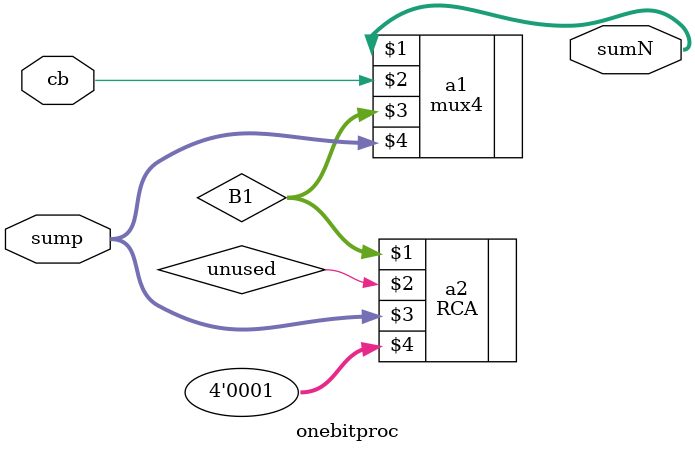
<source format=v>
module onebitproc(sumN,cb,sump);
input [3:0] sump;
input cb;
output [3:0] sumN;
wire [3:0] B1;

mux4 a1(sumN,cb,B1,sump);
RCA a2(B1,unused,sump,4'b0001);
endmodule
</source>
